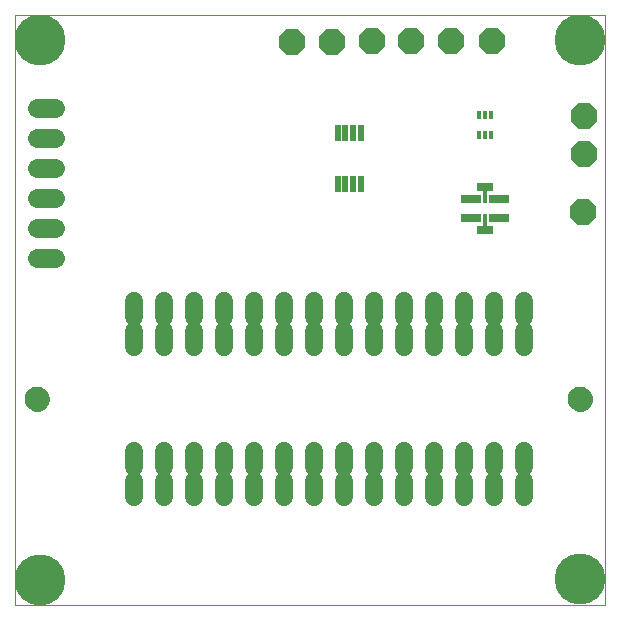
<source format=gts>
G75*
%MOIN*%
%OFA0B0*%
%FSLAX24Y24*%
%IPPOS*%
%LPD*%
%AMOC8*
5,1,8,0,0,1.08239X$1,22.5*
%
%ADD10C,0.0000*%
%ADD11C,0.0640*%
%ADD12R,0.0152X0.0316*%
%ADD13OC8,0.0890*%
%ADD14C,0.0594*%
%ADD15C,0.0827*%
%ADD16R,0.0197X0.0571*%
%ADD17C,0.1700*%
D10*
X000180Y000180D02*
X000180Y019865D01*
X019865Y019865D01*
X019865Y000180D01*
X000180Y000180D01*
X000528Y007048D02*
X000530Y007087D01*
X000536Y007126D01*
X000546Y007164D01*
X000559Y007201D01*
X000576Y007236D01*
X000596Y007270D01*
X000620Y007301D01*
X000647Y007330D01*
X000676Y007356D01*
X000708Y007379D01*
X000742Y007399D01*
X000778Y007415D01*
X000815Y007427D01*
X000854Y007436D01*
X000893Y007441D01*
X000932Y007442D01*
X000971Y007439D01*
X001010Y007432D01*
X001047Y007421D01*
X001084Y007407D01*
X001119Y007389D01*
X001152Y007368D01*
X001183Y007343D01*
X001211Y007316D01*
X001236Y007286D01*
X001258Y007253D01*
X001277Y007219D01*
X001292Y007183D01*
X001304Y007145D01*
X001312Y007107D01*
X001316Y007068D01*
X001316Y007028D01*
X001312Y006989D01*
X001304Y006951D01*
X001292Y006913D01*
X001277Y006877D01*
X001258Y006843D01*
X001236Y006810D01*
X001211Y006780D01*
X001183Y006753D01*
X001152Y006728D01*
X001119Y006707D01*
X001084Y006689D01*
X001047Y006675D01*
X001010Y006664D01*
X000971Y006657D01*
X000932Y006654D01*
X000893Y006655D01*
X000854Y006660D01*
X000815Y006669D01*
X000778Y006681D01*
X000742Y006697D01*
X000708Y006717D01*
X000676Y006740D01*
X000647Y006766D01*
X000620Y006795D01*
X000596Y006826D01*
X000576Y006860D01*
X000559Y006895D01*
X000546Y006932D01*
X000536Y006970D01*
X000530Y007009D01*
X000528Y007048D01*
X000530Y007087D01*
X000536Y007126D01*
X000546Y007164D01*
X000559Y007201D01*
X000576Y007236D01*
X000596Y007270D01*
X000620Y007301D01*
X000647Y007330D01*
X000676Y007356D01*
X000708Y007379D01*
X000742Y007399D01*
X000778Y007415D01*
X000815Y007427D01*
X000854Y007436D01*
X000893Y007441D01*
X000932Y007442D01*
X000971Y007439D01*
X001010Y007432D01*
X001047Y007421D01*
X001084Y007407D01*
X001119Y007389D01*
X001152Y007368D01*
X001183Y007343D01*
X001211Y007316D01*
X001236Y007286D01*
X001258Y007253D01*
X001277Y007219D01*
X001292Y007183D01*
X001304Y007145D01*
X001312Y007107D01*
X001316Y007068D01*
X001316Y007028D01*
X001312Y006989D01*
X001304Y006951D01*
X001292Y006913D01*
X001277Y006877D01*
X001258Y006843D01*
X001236Y006810D01*
X001211Y006780D01*
X001183Y006753D01*
X001152Y006728D01*
X001119Y006707D01*
X001084Y006689D01*
X001047Y006675D01*
X001010Y006664D01*
X000971Y006657D01*
X000932Y006654D01*
X000893Y006655D01*
X000854Y006660D01*
X000815Y006669D01*
X000778Y006681D01*
X000742Y006697D01*
X000708Y006717D01*
X000676Y006740D01*
X000647Y006766D01*
X000620Y006795D01*
X000596Y006826D01*
X000576Y006860D01*
X000559Y006895D01*
X000546Y006932D01*
X000536Y006970D01*
X000530Y007009D01*
X000528Y007048D01*
X018630Y007048D02*
X018632Y007087D01*
X018638Y007126D01*
X018648Y007164D01*
X018661Y007201D01*
X018678Y007236D01*
X018698Y007270D01*
X018722Y007301D01*
X018749Y007330D01*
X018778Y007356D01*
X018810Y007379D01*
X018844Y007399D01*
X018880Y007415D01*
X018917Y007427D01*
X018956Y007436D01*
X018995Y007441D01*
X019034Y007442D01*
X019073Y007439D01*
X019112Y007432D01*
X019149Y007421D01*
X019186Y007407D01*
X019221Y007389D01*
X019254Y007368D01*
X019285Y007343D01*
X019313Y007316D01*
X019338Y007286D01*
X019360Y007253D01*
X019379Y007219D01*
X019394Y007183D01*
X019406Y007145D01*
X019414Y007107D01*
X019418Y007068D01*
X019418Y007028D01*
X019414Y006989D01*
X019406Y006951D01*
X019394Y006913D01*
X019379Y006877D01*
X019360Y006843D01*
X019338Y006810D01*
X019313Y006780D01*
X019285Y006753D01*
X019254Y006728D01*
X019221Y006707D01*
X019186Y006689D01*
X019149Y006675D01*
X019112Y006664D01*
X019073Y006657D01*
X019034Y006654D01*
X018995Y006655D01*
X018956Y006660D01*
X018917Y006669D01*
X018880Y006681D01*
X018844Y006697D01*
X018810Y006717D01*
X018778Y006740D01*
X018749Y006766D01*
X018722Y006795D01*
X018698Y006826D01*
X018678Y006860D01*
X018661Y006895D01*
X018648Y006932D01*
X018638Y006970D01*
X018632Y007009D01*
X018630Y007048D01*
X018632Y007087D01*
X018638Y007126D01*
X018648Y007164D01*
X018661Y007201D01*
X018678Y007236D01*
X018698Y007270D01*
X018722Y007301D01*
X018749Y007330D01*
X018778Y007356D01*
X018810Y007379D01*
X018844Y007399D01*
X018880Y007415D01*
X018917Y007427D01*
X018956Y007436D01*
X018995Y007441D01*
X019034Y007442D01*
X019073Y007439D01*
X019112Y007432D01*
X019149Y007421D01*
X019186Y007407D01*
X019221Y007389D01*
X019254Y007368D01*
X019285Y007343D01*
X019313Y007316D01*
X019338Y007286D01*
X019360Y007253D01*
X019379Y007219D01*
X019394Y007183D01*
X019406Y007145D01*
X019414Y007107D01*
X019418Y007068D01*
X019418Y007028D01*
X019414Y006989D01*
X019406Y006951D01*
X019394Y006913D01*
X019379Y006877D01*
X019360Y006843D01*
X019338Y006810D01*
X019313Y006780D01*
X019285Y006753D01*
X019254Y006728D01*
X019221Y006707D01*
X019186Y006689D01*
X019149Y006675D01*
X019112Y006664D01*
X019073Y006657D01*
X019034Y006654D01*
X018995Y006655D01*
X018956Y006660D01*
X018917Y006669D01*
X018880Y006681D01*
X018844Y006697D01*
X018810Y006717D01*
X018778Y006740D01*
X018749Y006766D01*
X018722Y006795D01*
X018698Y006826D01*
X018678Y006860D01*
X018661Y006895D01*
X018648Y006932D01*
X018638Y006970D01*
X018632Y007009D01*
X018630Y007048D01*
D11*
X001523Y011750D02*
X000923Y011750D01*
X000923Y012750D02*
X001523Y012750D01*
X001523Y013750D02*
X000923Y013750D01*
X000923Y014750D02*
X001523Y014750D01*
X001523Y015750D02*
X000923Y015750D01*
X000923Y016750D02*
X001523Y016750D01*
D12*
X015124Y013726D03*
X015231Y013726D03*
X015339Y013726D03*
X015446Y013726D03*
X015553Y013726D03*
X015659Y013727D03*
X015856Y013727D03*
X016053Y013727D03*
X016158Y013727D03*
X016265Y013727D03*
X016373Y013727D03*
X016480Y013727D03*
X016587Y013727D03*
X016070Y014110D03*
X015963Y014110D03*
X015856Y014110D03*
X015748Y014110D03*
X015640Y014110D03*
X015856Y013947D03*
X015856Y013078D03*
X015856Y012882D03*
X015856Y012695D03*
X015963Y012694D03*
X016070Y012695D03*
X015748Y012695D03*
X015640Y012695D03*
X015659Y013078D03*
X015552Y013078D03*
X015445Y013078D03*
X015338Y013078D03*
X015230Y013078D03*
X015123Y013078D03*
X016053Y013078D03*
X016162Y013078D03*
X016269Y013078D03*
X016377Y013078D03*
X016484Y013078D03*
X016591Y013078D03*
X016046Y015856D03*
X015849Y015856D03*
X015653Y015856D03*
X015653Y016506D03*
X015849Y016506D03*
X016046Y016506D03*
D13*
X016099Y018983D03*
X014721Y019001D03*
X013374Y018976D03*
X012073Y018981D03*
X010739Y018970D03*
X009422Y018962D03*
X019138Y016479D03*
X019147Y015215D03*
X019119Y013299D03*
D14*
X017162Y010326D02*
X017162Y009771D01*
X017162Y009326D02*
X017162Y008771D01*
X016162Y008771D02*
X016162Y009326D01*
X016162Y009771D02*
X016162Y010326D01*
X015162Y010326D02*
X015162Y009771D01*
X015162Y009326D02*
X015162Y008771D01*
X014162Y008771D02*
X014162Y009326D01*
X014162Y009771D02*
X014162Y010326D01*
X013162Y010326D02*
X013162Y009771D01*
X013162Y009326D02*
X013162Y008771D01*
X012162Y008771D02*
X012162Y009326D01*
X012162Y009771D02*
X012162Y010326D01*
X011162Y010326D02*
X011162Y009771D01*
X011162Y009326D02*
X011162Y008771D01*
X010162Y008771D02*
X010162Y009326D01*
X010162Y009771D02*
X010162Y010326D01*
X009162Y010326D02*
X009162Y009771D01*
X009162Y009326D02*
X009162Y008771D01*
X008162Y008771D02*
X008162Y009326D01*
X008162Y009771D02*
X008162Y010326D01*
X007162Y010326D02*
X007162Y009771D01*
X007162Y009326D02*
X007162Y008771D01*
X006162Y008771D02*
X006162Y009326D01*
X006162Y009771D02*
X006162Y010326D01*
X005162Y010326D02*
X005162Y009771D01*
X005162Y009326D02*
X005162Y008771D01*
X004162Y008771D02*
X004162Y009326D01*
X004162Y009771D02*
X004162Y010326D01*
X004162Y005326D02*
X004162Y004771D01*
X004162Y004326D02*
X004162Y003771D01*
X005162Y003771D02*
X005162Y004326D01*
X005162Y004771D02*
X005162Y005326D01*
X006162Y005326D02*
X006162Y004771D01*
X006162Y004326D02*
X006162Y003771D01*
X007162Y003771D02*
X007162Y004326D01*
X007162Y004771D02*
X007162Y005326D01*
X008162Y005326D02*
X008162Y004771D01*
X008162Y004326D02*
X008162Y003771D01*
X009162Y003771D02*
X009162Y004326D01*
X009162Y004771D02*
X009162Y005326D01*
X010162Y005326D02*
X010162Y004771D01*
X010162Y004326D02*
X010162Y003771D01*
X011162Y003771D02*
X011162Y004326D01*
X011162Y004771D02*
X011162Y005326D01*
X012162Y005326D02*
X012162Y004771D01*
X012162Y004326D02*
X012162Y003771D01*
X013162Y003771D02*
X013162Y004326D01*
X013162Y004771D02*
X013162Y005326D01*
X014162Y005326D02*
X014162Y004771D01*
X014162Y004326D02*
X014162Y003771D01*
X015162Y003771D02*
X015162Y004326D01*
X015162Y004771D02*
X015162Y005326D01*
X016162Y005326D02*
X016162Y004771D01*
X016162Y004326D02*
X016162Y003771D01*
X017162Y003771D02*
X017162Y004326D01*
X017162Y004771D02*
X017162Y005326D01*
D15*
X019024Y007048D03*
X019024Y007048D03*
X000922Y007048D03*
X000922Y007048D03*
D16*
X010940Y014216D03*
X011196Y014216D03*
X011452Y014216D03*
X011708Y014216D03*
X011708Y015909D03*
X011452Y015909D03*
X011196Y015909D03*
X010940Y015909D03*
D17*
X019012Y019007D03*
X019009Y001042D03*
X001030Y001030D03*
X001031Y019005D03*
M02*

</source>
